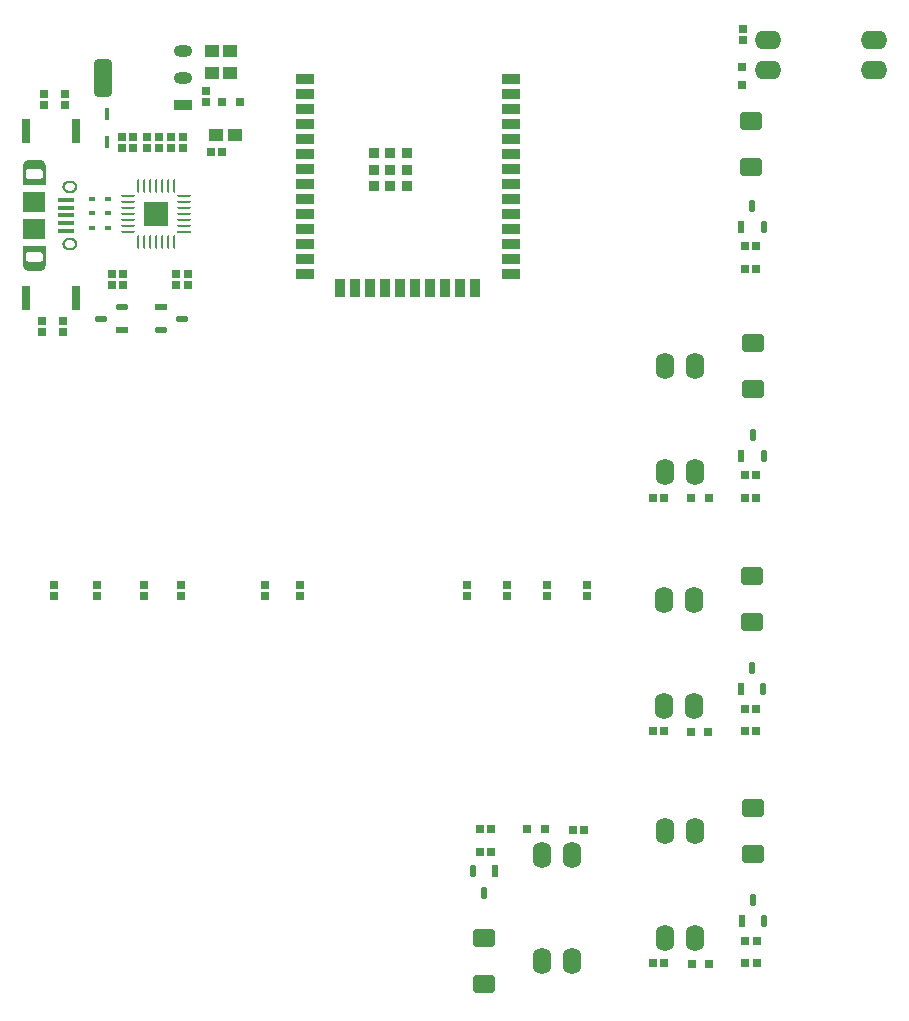
<source format=gtp>
G04*
G04 #@! TF.GenerationSoftware,Altium Limited,Altium Designer,21.9.2 (33)*
G04*
G04 Layer_Color=8421504*
%FSTAX24Y24*%
%MOIN*%
G70*
G04*
G04 #@! TF.SameCoordinates,99FB27D3-1440-4BB7-B033-8997F9312AF3*
G04*
G04*
G04 #@! TF.FilePolarity,Positive*
G04*
G01*
G75*
%ADD17R,0.0809X0.0809*%
%ADD18R,0.0457X0.0095*%
G04:AMPARAMS|DCode=19|XSize=45.7mil|YSize=9.5mil|CornerRadius=4.8mil|HoleSize=0mil|Usage=FLASHONLY|Rotation=180.000|XOffset=0mil|YOffset=0mil|HoleType=Round|Shape=RoundedRectangle|*
%AMROUNDEDRECTD19*
21,1,0.0457,0.0000,0,0,180.0*
21,1,0.0361,0.0095,0,0,180.0*
1,1,0.0095,-0.0181,0.0000*
1,1,0.0095,0.0181,0.0000*
1,1,0.0095,0.0181,0.0000*
1,1,0.0095,-0.0181,0.0000*
%
%ADD19ROUNDEDRECTD19*%
G04:AMPARAMS|DCode=20|XSize=9.5mil|YSize=45.7mil|CornerRadius=4.8mil|HoleSize=0mil|Usage=FLASHONLY|Rotation=180.000|XOffset=0mil|YOffset=0mil|HoleType=Round|Shape=RoundedRectangle|*
%AMROUNDEDRECTD20*
21,1,0.0095,0.0361,0,0,180.0*
21,1,0.0000,0.0457,0,0,180.0*
1,1,0.0095,0.0000,0.0181*
1,1,0.0095,0.0000,0.0181*
1,1,0.0095,0.0000,-0.0181*
1,1,0.0095,0.0000,-0.0181*
%
%ADD20ROUNDEDRECTD20*%
%ADD21R,0.0354X0.0354*%
%ADD22R,0.0591X0.0354*%
%ADD23R,0.0354X0.0591*%
%ADD24R,0.0291X0.0265*%
%ADD25R,0.0265X0.0291*%
%ADD26R,0.0315X0.0315*%
%ADD27R,0.0315X0.0315*%
%ADD28R,0.0514X0.0436*%
%ADD29O,0.0886X0.0630*%
%ADD30O,0.0630X0.0886*%
%ADD31R,0.0189X0.0157*%
%ADD32R,0.0416X0.0210*%
G04:AMPARAMS|DCode=33|XSize=41.6mil|YSize=21mil|CornerRadius=10.5mil|HoleSize=0mil|Usage=FLASHONLY|Rotation=180.000|XOffset=0mil|YOffset=0mil|HoleType=Round|Shape=RoundedRectangle|*
%AMROUNDEDRECTD33*
21,1,0.0416,0.0000,0,0,180.0*
21,1,0.0207,0.0210,0,0,180.0*
1,1,0.0210,-0.0103,0.0000*
1,1,0.0210,0.0103,0.0000*
1,1,0.0210,0.0103,0.0000*
1,1,0.0210,-0.0103,0.0000*
%
%ADD33ROUNDEDRECTD33*%
%ADD34R,0.0210X0.0416*%
G04:AMPARAMS|DCode=35|XSize=41.6mil|YSize=21mil|CornerRadius=10.5mil|HoleSize=0mil|Usage=FLASHONLY|Rotation=90.000|XOffset=0mil|YOffset=0mil|HoleType=Round|Shape=RoundedRectangle|*
%AMROUNDEDRECTD35*
21,1,0.0416,0.0000,0,0,90.0*
21,1,0.0207,0.0210,0,0,90.0*
1,1,0.0210,0.0000,0.0103*
1,1,0.0210,0.0000,-0.0103*
1,1,0.0210,0.0000,-0.0103*
1,1,0.0210,0.0000,0.0103*
%
%ADD35ROUNDEDRECTD35*%
%ADD36R,0.0632X0.0375*%
G04:AMPARAMS|DCode=37|XSize=63.2mil|YSize=37.5mil|CornerRadius=18.7mil|HoleSize=0mil|Usage=FLASHONLY|Rotation=180.000|XOffset=0mil|YOffset=0mil|HoleType=Round|Shape=RoundedRectangle|*
%AMROUNDEDRECTD37*
21,1,0.0632,0.0000,0,0,180.0*
21,1,0.0257,0.0375,0,0,180.0*
1,1,0.0375,-0.0128,0.0000*
1,1,0.0375,0.0128,0.0000*
1,1,0.0375,0.0128,0.0000*
1,1,0.0375,-0.0128,0.0000*
%
%ADD37ROUNDEDRECTD37*%
G04:AMPARAMS|DCode=38|XSize=63.2mil|YSize=128.4mil|CornerRadius=18.6mil|HoleSize=0mil|Usage=FLASHONLY|Rotation=180.000|XOffset=0mil|YOffset=0mil|HoleType=Round|Shape=RoundedRectangle|*
%AMROUNDEDRECTD38*
21,1,0.0632,0.0912,0,0,180.0*
21,1,0.0259,0.1284,0,0,180.0*
1,1,0.0373,-0.0129,0.0456*
1,1,0.0373,0.0129,0.0456*
1,1,0.0373,0.0129,-0.0456*
1,1,0.0373,-0.0129,-0.0456*
%
%ADD38ROUNDEDRECTD38*%
%ADD39R,0.0531X0.0157*%
%ADD40R,0.0748X0.0709*%
%ADD41R,0.0265X0.0282*%
%ADD42R,0.0282X0.0265*%
%ADD43R,0.0181X0.0409*%
G04:AMPARAMS|DCode=44|XSize=59.1mil|YSize=70.9mil|CornerRadius=7.4mil|HoleSize=0mil|Usage=FLASHONLY|Rotation=90.000|XOffset=0mil|YOffset=0mil|HoleType=Round|Shape=RoundedRectangle|*
%AMROUNDEDRECTD44*
21,1,0.0591,0.0561,0,0,90.0*
21,1,0.0443,0.0709,0,0,90.0*
1,1,0.0148,0.0281,0.0221*
1,1,0.0148,0.0281,-0.0221*
1,1,0.0148,-0.0281,-0.0221*
1,1,0.0148,-0.0281,0.0221*
%
%ADD44ROUNDEDRECTD44*%
%ADD45R,0.0315X0.0787*%
G36*
X016734Y112739D02*
X016734Y112729D01*
X016733Y112719D01*
X016732Y112709D01*
X01673Y112698D01*
X016727Y112688D01*
X016725Y112678D01*
X016721Y112669D01*
X016717Y112659D01*
X016713Y11265D01*
X016708Y112641D01*
X016702Y112632D01*
X016697Y112623D01*
X01669Y112615D01*
X016684Y112607D01*
X016677Y1126D01*
X016669Y112593D01*
X016661Y112586D01*
X016653Y11258D01*
X016644Y112574D01*
X016636Y112569D01*
X016627Y112564D01*
X016617Y112559D01*
X016608Y112555D01*
X016598Y112552D01*
X016588Y112549D01*
X016578Y112547D01*
X016568Y112545D01*
X016558Y112544D01*
X016547Y112543D01*
X016537Y112542D01*
X016183D01*
X016173Y112543D01*
X016162Y112544D01*
X016152Y112545D01*
X016142Y112547D01*
X016132Y112549D01*
X016122Y112552D01*
X016112Y112555D01*
X016103Y112559D01*
X016093Y112564D01*
X016084Y112569D01*
X016076Y112574D01*
X016067Y11258D01*
X016059Y112586D01*
X016051Y112593D01*
X016043Y1126D01*
X016036Y112607D01*
X01603Y112615D01*
X016023Y112623D01*
X016018Y112632D01*
X016012Y112641D01*
X016007Y11265D01*
X016003Y112659D01*
X015999Y112669D01*
X015995Y112678D01*
X015993Y112688D01*
X01599Y112698D01*
X015988Y112709D01*
X015987Y112719D01*
X015986Y112729D01*
X015986Y112739D01*
Y113369D01*
X016734D01*
Y112739D01*
D02*
G37*
G36*
X017591Y113644D02*
X017602Y113644D01*
X017613Y113642D01*
X017623Y11364D01*
X017634Y113638D01*
X017644Y113634D01*
X017654Y113631D01*
X017665Y113627D01*
X017674Y113622D01*
X017684Y113617D01*
X017693Y113611D01*
X017702Y113605D01*
X01771Y113599D01*
X017719Y113592D01*
X017727Y113584D01*
X017734Y113576D01*
X017741Y113568D01*
X017748Y11356D01*
X017754Y113551D01*
X01776Y113541D01*
X017765Y113532D01*
X017769Y113522D01*
X017773Y113512D01*
X017777Y113502D01*
X01778Y113492D01*
X017783Y113481D01*
X017785Y11347D01*
X017786Y11346D01*
X017787Y113449D01*
X017787Y113438D01*
X017787Y113427D01*
X017786Y113416D01*
X017785Y113406D01*
X017783Y113395D01*
X01778Y113384D01*
X017777Y113374D01*
X017773Y113364D01*
X017769Y113354D01*
X017765Y113344D01*
X01776Y113334D01*
X017754Y113325D01*
X017748Y113316D01*
X017741Y113308D01*
X017734Y1133D01*
X017727Y113292D01*
X017719Y113284D01*
X01771Y113277D01*
X017702Y113271D01*
X017693Y113265D01*
X017684Y113259D01*
X017674Y113254D01*
X017665Y113249D01*
X017654Y113245D01*
X017644Y113242D01*
X017634Y113238D01*
X017623Y113236D01*
X017613Y113234D01*
X017602Y113233D01*
X017591Y113232D01*
X01758Y113231D01*
X017502D01*
X017491Y113232D01*
X01748Y113233D01*
X017469Y113234D01*
X017459Y113236D01*
X017448Y113238D01*
X017438Y113242D01*
X017428Y113245D01*
X017417Y113249D01*
X017408Y113254D01*
X017399Y113259D01*
X017389Y113265D01*
X01738Y113271D01*
X017372Y113277D01*
X017364Y113284D01*
X017356Y113292D01*
X017348Y1133D01*
X017341Y113308D01*
X017334Y113316D01*
X017328Y113325D01*
X017323Y113334D01*
X017317Y113344D01*
X017313Y113354D01*
X017309Y113364D01*
X017305Y113374D01*
X017302Y113384D01*
X017299Y113395D01*
X017297Y113406D01*
X017296Y113416D01*
X017295Y113427D01*
X017295Y113438D01*
X017295Y113449D01*
X017296Y11346D01*
X017297Y11347D01*
X017299Y113481D01*
X017302Y113492D01*
X017305Y113502D01*
X017309Y113512D01*
X017313Y113522D01*
X017317Y113532D01*
X017323Y113542D01*
X017328Y113551D01*
X017334Y11356D01*
X017341Y113568D01*
X017348Y113576D01*
X017356Y113584D01*
X017364Y113592D01*
X017372Y113599D01*
X01738Y113605D01*
X017389Y113611D01*
X017398Y113617D01*
X017408Y113622D01*
X017417Y113627D01*
X017428Y113631D01*
X017438Y113634D01*
X017448Y113638D01*
X017459Y11364D01*
X017469Y113642D01*
X01748Y113644D01*
X017491Y113644D01*
X017502Y113645D01*
X01758D01*
X017591Y113644D01*
D02*
G37*
G36*
X016547Y116243D02*
X016558Y116242D01*
X016568Y116241D01*
X016578Y116239D01*
X016588Y116236D01*
X016598Y116234D01*
X016608Y11623D01*
X016617Y116226D01*
X016627Y116222D01*
X016636Y116217D01*
X016644Y116211D01*
X016653Y116206D01*
X016661Y116199D01*
X016669Y116193D01*
X016677Y116186D01*
X016684Y116178D01*
X01669Y11617D01*
X016697Y116162D01*
X016702Y116153D01*
X016708Y116145D01*
X016713Y116136D01*
X016717Y116126D01*
X016721Y116117D01*
X016725Y116107D01*
X016727Y116097D01*
X01673Y116087D01*
X016732Y116077D01*
X016733Y116067D01*
X016734Y116057D01*
X016734Y116046D01*
Y115416D01*
X015986D01*
Y116046D01*
X015986Y116057D01*
X015987Y116067D01*
X015988Y116077D01*
X01599Y116087D01*
X015993Y116097D01*
X015995Y116107D01*
X015999Y116117D01*
X016003Y116126D01*
X016007Y116136D01*
X016012Y116145D01*
X016018Y116153D01*
X016023Y116162D01*
X01603Y11617D01*
X016036Y116178D01*
X016043Y116186D01*
X016051Y116193D01*
X016059Y116199D01*
X016067Y116206D01*
X016076Y116211D01*
X016084Y116217D01*
X016093Y116222D01*
X016103Y116226D01*
X016112Y11623D01*
X016122Y116234D01*
X016132Y116236D01*
X016142Y116239D01*
X016152Y116241D01*
X016162Y116242D01*
X016173Y116243D01*
X016183Y116243D01*
X016537D01*
X016547Y116243D01*
D02*
G37*
G36*
X017591Y115554D02*
X017602Y115553D01*
X017613Y115552D01*
X017623Y11555D01*
X017634Y115547D01*
X017644Y115544D01*
X017654Y11554D01*
X017665Y115536D01*
X017674Y115532D01*
X017684Y115527D01*
X017693Y115521D01*
X017702Y115515D01*
X01771Y115508D01*
X017719Y115501D01*
X017727Y115494D01*
X017734Y115486D01*
X017741Y115477D01*
X017748Y115469D01*
X017754Y11546D01*
X01776Y115451D01*
X017765Y115441D01*
X017769Y115432D01*
X017773Y115421D01*
X017777Y115411D01*
X01778Y115401D01*
X017783Y11539D01*
X017785Y11538D01*
X017786Y115369D01*
X017787Y115358D01*
X017787Y115347D01*
X017787Y115337D01*
X017786Y115326D01*
X017785Y115315D01*
X017783Y115305D01*
X01778Y115294D01*
X017777Y115284D01*
X017773Y115273D01*
X017769Y115263D01*
X017765Y115254D01*
X01776Y115244D01*
X017754Y115235D01*
X017748Y115226D01*
X017741Y115218D01*
X017734Y115209D01*
X017727Y115201D01*
X017719Y115194D01*
X01771Y115187D01*
X017702Y11518D01*
X017693Y115174D01*
X017684Y115168D01*
X017674Y115163D01*
X017665Y115159D01*
X017654Y115155D01*
X017644Y115151D01*
X017634Y115148D01*
X017623Y115145D01*
X017613Y115143D01*
X017602Y115142D01*
X017591Y115141D01*
X01758Y115141D01*
X017502D01*
X017491Y115141D01*
X01748Y115142D01*
X017469Y115143D01*
X017459Y115145D01*
X017448Y115148D01*
X017438Y115151D01*
X017428Y115155D01*
X017417Y115159D01*
X017408Y115163D01*
X017398Y115168D01*
X017389Y115174D01*
X01738Y11518D01*
X017372Y115187D01*
X017364Y115194D01*
X017356Y115201D01*
X017348Y115209D01*
X017341Y115218D01*
X017334Y115226D01*
X017328Y115235D01*
X017323Y115244D01*
X017317Y115254D01*
X017313Y115263D01*
X017309Y115273D01*
X017305Y115284D01*
X017302Y115294D01*
X017299Y115305D01*
X017297Y115315D01*
X017296Y115326D01*
X017295Y115337D01*
X017295Y115347D01*
X017295Y115358D01*
X017296Y115369D01*
X017297Y11538D01*
X017299Y11539D01*
X017302Y115401D01*
X017305Y115411D01*
X017309Y115421D01*
X017313Y115432D01*
X017317Y115441D01*
X017323Y115451D01*
X017328Y11546D01*
X017334Y115469D01*
X017341Y115477D01*
X017348Y115486D01*
X017356Y115494D01*
X017364Y115501D01*
X017372Y115508D01*
X01738Y115515D01*
X017389Y115521D01*
X017399Y115527D01*
X017408Y115532D01*
X017417Y115536D01*
X017428Y11554D01*
X017438Y115544D01*
X017448Y115547D01*
X017459Y11555D01*
X017469Y115552D01*
X01748Y115553D01*
X017491Y115554D01*
X017502Y115554D01*
X01758D01*
X017591Y115554D01*
D02*
G37*
%LPC*%
G36*
X016543Y113172D02*
X016177D01*
X016171Y113172D01*
X016164Y113171D01*
X016158Y11317D01*
X016152Y113168D01*
X016146Y113166D01*
X01614Y113164D01*
X016135Y113162D01*
X016129Y113159D01*
X016124Y113157D01*
X016119Y113153D01*
X016114Y11315D01*
X016108Y113146D01*
X016104Y113142D01*
X016099Y113138D01*
X016095Y113133D01*
X016091Y113129D01*
X016087Y113123D01*
X016084Y113118D01*
X01608Y113113D01*
X016078Y113108D01*
X016075Y113102D01*
X016073Y113097D01*
X016071Y113091D01*
X016069Y113085D01*
X016067Y113079D01*
X016066Y113073D01*
X016066Y113066D01*
X016065Y11306D01*
Y112959D01*
X016066Y112953D01*
X016066Y112947D01*
X016067Y112941D01*
X016069Y112935D01*
X016071Y112929D01*
X016073Y112923D01*
X016075Y112918D01*
X016078Y112912D01*
X01608Y112907D01*
X016084Y112901D01*
X016087Y112896D01*
X016091Y112891D01*
X016095Y112886D01*
X016099Y112882D01*
X016104Y112878D01*
X016108Y112874D01*
X016114Y11287D01*
X016119Y112866D01*
X016124Y112863D01*
X016129Y11286D01*
X016135Y112858D01*
X01614Y112855D01*
X016146Y112853D01*
X016152Y112851D01*
X016158Y11285D01*
X016164Y112849D01*
X016171Y112848D01*
X016177Y112847D01*
X016553D01*
X016558Y112848D01*
X016564Y112849D01*
X016569Y11285D01*
X016575Y112851D01*
X01658Y112853D01*
X016586Y112855D01*
X016591Y112857D01*
X016596Y112859D01*
X016601Y112862D01*
X016606Y112865D01*
X016611Y112868D01*
X016615Y112872D01*
X016619Y112875D01*
X016623Y112879D01*
X016627Y112883D01*
X016631Y112888D01*
X016634Y112892D01*
X016638Y112897D01*
X016641Y112902D01*
X016643Y112907D01*
X016646Y112912D01*
X016648Y112917D01*
X01665Y112922D01*
X016652Y112928D01*
X016653Y112933D01*
X016654Y112939D01*
X016654Y112944D01*
X016655Y11295D01*
Y11306D01*
X016654Y113066D01*
X016654Y113073D01*
X016653Y113079D01*
X016651Y113085D01*
X016649Y113091D01*
X016647Y113097D01*
X016645Y113102D01*
X016642Y113108D01*
X01664Y113113D01*
X016636Y113118D01*
X016633Y113123D01*
X016629Y113129D01*
X016625Y113133D01*
X016621Y113138D01*
X016616Y113142D01*
X016612Y113146D01*
X016606Y11315D01*
X016601Y113153D01*
X016596Y113157D01*
X016591Y113159D01*
X016585Y113162D01*
X01658Y113164D01*
X016574Y113166D01*
X016568Y113168D01*
X016562Y11317D01*
X016556Y113171D01*
X016549Y113172D01*
X016543Y113172D01*
D02*
G37*
G36*
X017587Y113566D02*
X017495D01*
X017488Y113565D01*
X017482Y113564D01*
X017475Y113563D01*
X017469Y113562D01*
X017462Y11356D01*
X017456Y113557D01*
X01745Y113555D01*
X017443Y113552D01*
X017438Y113549D01*
X017432Y113546D01*
X017427Y113542D01*
X017421Y113538D01*
X017416Y113533D01*
X017411Y113529D01*
X017406Y113523D01*
X017402Y113519D01*
X017398Y113513D01*
X017394Y113508D01*
X017391Y113502D01*
X017388Y113496D01*
X017385Y11349D01*
X017382Y113484D01*
X01738Y113477D01*
X017378Y113471D01*
X017377Y113465D01*
X017375Y113458D01*
X017375Y113451D01*
X017374Y113445D01*
Y113438D01*
Y113431D01*
X017375Y113425D01*
X017375Y113418D01*
X017377Y113411D01*
X017378Y113405D01*
X01738Y113399D01*
X017382Y113392D01*
X017385Y113386D01*
X017388Y11338D01*
X017391Y113374D01*
X017394Y113368D01*
X017398Y113363D01*
X017402Y113357D01*
X017406Y113353D01*
X017411Y113347D01*
X017416Y113343D01*
X017421Y113338D01*
X017427Y113334D01*
X017432Y113331D01*
X017438Y113327D01*
X017443Y113324D01*
X01745Y113321D01*
X017456Y113319D01*
X017462Y113316D01*
X017469Y113314D01*
X017475Y113313D01*
X017482Y113312D01*
X017488Y113311D01*
X017495Y11331D01*
X017587D01*
X017594Y113311D01*
X017601Y113312D01*
X017607Y113313D01*
X017614Y113314D01*
X01762Y113316D01*
X017626Y113319D01*
X017632Y113321D01*
X017639Y113324D01*
X017645Y113327D01*
X01765Y113331D01*
X017656Y113334D01*
X017661Y113338D01*
X017666Y113343D01*
X017671Y113347D01*
X017676Y113353D01*
X01768Y113357D01*
X017684Y113363D01*
X017688Y113368D01*
X017691Y113374D01*
X017695Y11338D01*
X017697Y113386D01*
X0177Y113392D01*
X017702Y113399D01*
X017704Y113405D01*
X017706Y113411D01*
X017707Y113418D01*
X017708Y113425D01*
X017708Y113431D01*
Y113438D01*
Y113445D01*
X017708Y113451D01*
X017707Y113458D01*
X017706Y113465D01*
X017704Y113471D01*
X017702Y113477D01*
X0177Y113484D01*
X017697Y11349D01*
X017695Y113496D01*
X017691Y113502D01*
X017688Y113508D01*
X017684Y113513D01*
X01768Y113519D01*
X017676Y113523D01*
X017671Y113529D01*
X017666Y113533D01*
X017661Y113538D01*
X017656Y113542D01*
X01765Y113546D01*
X017645Y113549D01*
X017639Y113552D01*
X017632Y113555D01*
X017626Y113557D01*
X01762Y11356D01*
X017614Y113562D01*
X017607Y113563D01*
X017601Y113564D01*
X017594Y113565D01*
X017587Y113566D01*
D02*
G37*
G36*
X016543Y115938D02*
X016167D01*
X016162Y115937D01*
X016156Y115937D01*
X016151Y115936D01*
X016145Y115934D01*
X01614Y115933D01*
X016134Y115931D01*
X016129Y115929D01*
X016124Y115926D01*
X016119Y115923D01*
X016114Y115921D01*
X016109Y115917D01*
X016105Y115914D01*
X016101Y11591D01*
X016097Y115906D01*
X016093Y115902D01*
X016089Y115898D01*
X016086Y115894D01*
X016082Y115889D01*
X016079Y115884D01*
X016077Y115879D01*
X016074Y115874D01*
X016072Y115869D01*
X01607Y115863D01*
X016068Y115858D01*
X016067Y115852D01*
X016066Y115847D01*
X016066Y115841D01*
X016065Y115835D01*
Y115725D01*
X016066Y115719D01*
X016066Y115713D01*
X016067Y115707D01*
X016069Y115701D01*
X016071Y115695D01*
X016073Y115689D01*
X016075Y115683D01*
X016078Y115678D01*
X01608Y115672D01*
X016084Y115667D01*
X016087Y115662D01*
X016091Y115657D01*
X016095Y115652D01*
X016099Y115648D01*
X016104Y115644D01*
X016108Y11564D01*
X016114Y115636D01*
X016119Y115632D01*
X016124Y115629D01*
X016129Y115626D01*
X016135Y115623D01*
X01614Y115621D01*
X016146Y115619D01*
X016152Y115617D01*
X016158Y115616D01*
X016164Y115615D01*
X016171Y115614D01*
X016177Y115613D01*
X016543D01*
X016549Y115614D01*
X016556Y115615D01*
X016562Y115616D01*
X016568Y115617D01*
X016574Y115619D01*
X01658Y115621D01*
X016585Y115623D01*
X016591Y115626D01*
X016596Y115629D01*
X016601Y115632D01*
X016606Y115636D01*
X016612Y11564D01*
X016616Y115644D01*
X016621Y115648D01*
X016625Y115652D01*
X016629Y115657D01*
X016633Y115662D01*
X016636Y115667D01*
X01664Y115672D01*
X016642Y115678D01*
X016645Y115683D01*
X016647Y115689D01*
X016649Y115695D01*
X016651Y115701D01*
X016653Y115707D01*
X016654Y115713D01*
X016654Y115719D01*
X016655Y115725D01*
Y115826D01*
X016654Y115832D01*
X016654Y115838D01*
X016653Y115844D01*
X016651Y115851D01*
X016649Y115857D01*
X016647Y115862D01*
X016645Y115868D01*
X016642Y115873D01*
X01664Y115879D01*
X016636Y115884D01*
X016633Y115889D01*
X016629Y115894D01*
X016625Y115899D01*
X016621Y115903D01*
X016616Y115908D01*
X016612Y115912D01*
X016606Y115916D01*
X016601Y115919D01*
X016596Y115922D01*
X016591Y115925D01*
X016585Y115928D01*
X01658Y11593D01*
X016574Y115932D01*
X016568Y115934D01*
X016562Y115935D01*
X016556Y115936D01*
X016549Y115937D01*
X016543Y115938D01*
D02*
G37*
G36*
X017587Y115475D02*
X017495D01*
X017488Y115475D01*
X017482Y115474D01*
X017475Y115473D01*
X017469Y115471D01*
X017462Y115469D01*
X017456Y115467D01*
X01745Y115464D01*
X017443Y115462D01*
X017438Y115458D01*
X017432Y115455D01*
X017427Y115451D01*
X017421Y115447D01*
X017416Y115443D01*
X017411Y115438D01*
X017406Y115433D01*
X017402Y115428D01*
X017398Y115423D01*
X017394Y115417D01*
X017391Y115411D01*
X017388Y115406D01*
X017385Y115399D01*
X017382Y115393D01*
X01738Y115387D01*
X017378Y115381D01*
X017377Y115374D01*
X017375Y115368D01*
X017375Y115361D01*
X017374Y115354D01*
Y115347D01*
Y115341D01*
X017375Y115334D01*
X017375Y115327D01*
X017377Y115321D01*
X017378Y115314D01*
X01738Y115308D01*
X017382Y115302D01*
X017385Y115296D01*
X017388Y115289D01*
X017391Y115284D01*
X017394Y115278D01*
X017398Y115272D01*
X017402Y115267D01*
X017406Y115262D01*
X017411Y115257D01*
X017416Y115252D01*
X017421Y115248D01*
X017427Y115244D01*
X017432Y11524D01*
X017438Y115237D01*
X017443Y115233D01*
X01745Y115231D01*
X017456Y115228D01*
X017462Y115226D01*
X017469Y115224D01*
X017475Y115222D01*
X017482Y115221D01*
X017488Y11522D01*
X017495Y11522D01*
X017587D01*
X017594Y11522D01*
X017601Y115221D01*
X017607Y115222D01*
X017614Y115224D01*
X01762Y115226D01*
X017626Y115228D01*
X017632Y115231D01*
X017639Y115233D01*
X017645Y115237D01*
X01765Y11524D01*
X017656Y115244D01*
X017661Y115248D01*
X017666Y115252D01*
X017671Y115257D01*
X017676Y115262D01*
X01768Y115267D01*
X017684Y115272D01*
X017688Y115278D01*
X017691Y115284D01*
X017695Y115289D01*
X017697Y115296D01*
X0177Y115302D01*
X017702Y115308D01*
X017704Y115314D01*
X017706Y115321D01*
X017707Y115327D01*
X017708Y115334D01*
X017708Y115341D01*
Y115347D01*
Y115354D01*
X017708Y115361D01*
X017707Y115368D01*
X017706Y115374D01*
X017704Y115381D01*
X017702Y115387D01*
X0177Y115393D01*
X017697Y115399D01*
X017695Y115406D01*
X017691Y115411D01*
X017688Y115417D01*
X017684Y115423D01*
X01768Y115428D01*
X017676Y115433D01*
X017671Y115438D01*
X017666Y115443D01*
X017661Y115447D01*
X017656Y115451D01*
X01765Y115455D01*
X017645Y115458D01*
X017639Y115462D01*
X017632Y115464D01*
X017626Y115467D01*
X01762Y115469D01*
X017614Y115471D01*
X017607Y115473D01*
X017601Y115474D01*
X017594Y115475D01*
X017587Y115475D01*
D02*
G37*
%LPD*%
D17*
X02042Y11444D02*
D03*
D18*
X021356Y113849D02*
D03*
D19*
Y114046D02*
D03*
Y114243D02*
D03*
Y11444D02*
D03*
Y114637D02*
D03*
Y114834D02*
D03*
Y115031D02*
D03*
X019484D02*
D03*
Y114834D02*
D03*
Y114637D02*
D03*
Y11444D02*
D03*
Y114243D02*
D03*
Y114046D02*
D03*
Y113849D02*
D03*
D20*
X021011Y115376D02*
D03*
X020814D02*
D03*
X020617D02*
D03*
X02042D02*
D03*
X020223D02*
D03*
X020026D02*
D03*
X019829D02*
D03*
Y113504D02*
D03*
X020026D02*
D03*
X020223D02*
D03*
X02042D02*
D03*
X020617D02*
D03*
X020814D02*
D03*
X021011D02*
D03*
D21*
X02877Y11536D02*
D03*
X028219D02*
D03*
X027668D02*
D03*
X02877Y115911D02*
D03*
X028219D02*
D03*
X027668D02*
D03*
X02877Y116462D02*
D03*
X028219D02*
D03*
X027668D02*
D03*
D22*
X032254Y118951D02*
D03*
Y118451D02*
D03*
Y117951D02*
D03*
Y117451D02*
D03*
Y116951D02*
D03*
Y116451D02*
D03*
Y115951D02*
D03*
Y115451D02*
D03*
Y114951D02*
D03*
Y114451D02*
D03*
Y113951D02*
D03*
Y113451D02*
D03*
Y112951D02*
D03*
Y112451D02*
D03*
X025364D02*
D03*
Y112951D02*
D03*
Y113451D02*
D03*
Y113951D02*
D03*
Y114451D02*
D03*
Y114951D02*
D03*
Y115451D02*
D03*
Y115951D02*
D03*
Y116451D02*
D03*
Y116951D02*
D03*
Y117451D02*
D03*
Y117951D02*
D03*
Y118451D02*
D03*
Y118951D02*
D03*
D23*
X031059Y111958D02*
D03*
X030559D02*
D03*
X030059D02*
D03*
X029559D02*
D03*
X029059D02*
D03*
X028559D02*
D03*
X028059D02*
D03*
X027559D02*
D03*
X027059D02*
D03*
X026559D02*
D03*
D24*
X022604Y11651D02*
D03*
X022236D02*
D03*
D25*
X01661Y110513D02*
D03*
Y11088D02*
D03*
X01668Y118444D02*
D03*
Y118076D02*
D03*
X0213Y117004D02*
D03*
Y116636D02*
D03*
X02093Y117004D02*
D03*
Y116636D02*
D03*
X02125Y101696D02*
D03*
Y102064D02*
D03*
X03477Y101696D02*
D03*
Y102064D02*
D03*
X017D02*
D03*
Y101696D02*
D03*
X03079Y102064D02*
D03*
Y101696D02*
D03*
X02521Y102064D02*
D03*
Y101696D02*
D03*
D26*
X023221Y11818D02*
D03*
X02263D02*
D03*
X038845Y104958D02*
D03*
X038254D02*
D03*
X038825Y097178D02*
D03*
X038234D02*
D03*
X038855Y089448D02*
D03*
X038264D02*
D03*
X032795Y093952D02*
D03*
X033386D02*
D03*
D27*
X03994Y118755D02*
D03*
Y119345D02*
D03*
D28*
X022415Y11706D02*
D03*
X023045D02*
D03*
X022265Y11913D02*
D03*
X022895D02*
D03*
X022265Y11987D02*
D03*
X022895D02*
D03*
D29*
X044352Y12023D02*
D03*
Y11923D02*
D03*
X040808D02*
D03*
Y12023D02*
D03*
D30*
X037369Y109369D02*
D03*
X038369D02*
D03*
Y105826D02*
D03*
X037369D02*
D03*
X037349Y101589D02*
D03*
X038349D02*
D03*
Y098046D02*
D03*
X037349D02*
D03*
X037379Y093859D02*
D03*
X038379D02*
D03*
Y090316D02*
D03*
X037379D02*
D03*
X034271Y089541D02*
D03*
X033271D02*
D03*
Y093084D02*
D03*
X034271D02*
D03*
D31*
X018291Y11494D02*
D03*
X018811D02*
D03*
X018291Y114465D02*
D03*
X018811D02*
D03*
X018291Y11399D02*
D03*
X018811D02*
D03*
D32*
X019295Y110576D02*
D03*
X020575Y111324D02*
D03*
D33*
X019295D02*
D03*
X018585Y11095D02*
D03*
X020575Y110576D02*
D03*
X021284Y11095D02*
D03*
D34*
X039916Y114011D02*
D03*
X039925Y106379D02*
D03*
X039905Y098599D02*
D03*
X039935Y090869D02*
D03*
X031714Y092531D02*
D03*
D35*
X040664Y114011D02*
D03*
X04029Y11472D02*
D03*
X040673Y106379D02*
D03*
X040299Y107088D02*
D03*
X040653Y098599D02*
D03*
X040279Y099308D02*
D03*
X040683Y090869D02*
D03*
X040309Y091578D02*
D03*
X030966Y092531D02*
D03*
X03134Y091822D02*
D03*
D36*
X021307Y118068D02*
D03*
D37*
Y11897D02*
D03*
Y119872D02*
D03*
D38*
X018633Y11897D02*
D03*
D39*
X017413Y114393D02*
D03*
Y114649D02*
D03*
Y114137D02*
D03*
Y114905D02*
D03*
Y113881D02*
D03*
D40*
X01636Y114846D02*
D03*
Y11394D02*
D03*
D41*
X0173Y110885D02*
D03*
Y110508D02*
D03*
X01737Y118072D02*
D03*
Y118448D02*
D03*
X02208Y118172D02*
D03*
Y118548D02*
D03*
X02001Y102068D02*
D03*
Y101692D02*
D03*
X033443Y102068D02*
D03*
Y101692D02*
D03*
X01844Y101692D02*
D03*
Y102068D02*
D03*
X032117Y101692D02*
D03*
Y102068D02*
D03*
X02053Y117008D02*
D03*
Y116632D02*
D03*
X02012Y117008D02*
D03*
Y116632D02*
D03*
X039965Y120236D02*
D03*
Y120613D02*
D03*
X02406Y101692D02*
D03*
Y102068D02*
D03*
D42*
X021468Y11206D02*
D03*
X021092D02*
D03*
X021468Y11244D02*
D03*
X021092D02*
D03*
X019282Y11702D02*
D03*
X019658D02*
D03*
X019328Y11243D02*
D03*
X018952D02*
D03*
X019282Y11665D02*
D03*
X019658D02*
D03*
X019328Y112073D02*
D03*
X018952D02*
D03*
X040042Y112615D02*
D03*
X040418D02*
D03*
X040418Y11336D02*
D03*
X040042D02*
D03*
X037363Y104983D02*
D03*
X036987D02*
D03*
X040051D02*
D03*
X040428D02*
D03*
X040428Y105728D02*
D03*
X040051D02*
D03*
X037343Y097203D02*
D03*
X036967D02*
D03*
X040031D02*
D03*
X040408D02*
D03*
X040408Y097948D02*
D03*
X040031D02*
D03*
X037343Y08948D02*
D03*
X036967D02*
D03*
X040061Y089473D02*
D03*
X040438D02*
D03*
X040438Y090218D02*
D03*
X040061D02*
D03*
X034307Y09392D02*
D03*
X034684D02*
D03*
X031589Y093927D02*
D03*
X031212D02*
D03*
X031212Y093182D02*
D03*
X031589D02*
D03*
D43*
X01877Y117788D02*
D03*
Y116852D02*
D03*
D44*
X04025Y116002D02*
D03*
Y117538D02*
D03*
X040299Y108606D02*
D03*
Y110141D02*
D03*
X040279Y100826D02*
D03*
Y102361D02*
D03*
X040309Y093096D02*
D03*
Y094631D02*
D03*
X03134Y090305D02*
D03*
Y088769D02*
D03*
D45*
X016093Y1172D02*
D03*
X017747D02*
D03*
X016093Y11164D02*
D03*
X017747D02*
D03*
M02*

</source>
